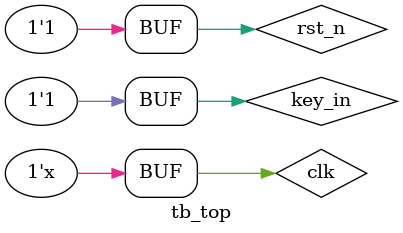
<source format=v>
/************************************************************************
 * Author        : Wen Chunyang
 * Email         : 1494640955@qq.com
 * Create time   : 2018-04-15 15:45
 * Last modified : 2018-04-15 15:45
 * Filename      : tb_top.v
 * Description   : 
 * *********************************************************************/
`timescale		1ns/1ns 

module	tb_top;

//=====================================================================\
// ********** Define Parameter and Internal Signals *************
//=====================================================================/
reg                             clk                             ;       
reg                             rst_n                           ;       
reg                             key_in                          ;
wire                            key_out                         ; 


//======================================================================
// ***************      Main    Code    ****************
//======================================================================
always  #5      clk    =       ~clk;


initial begin
	clk		<=		1'b1;
	rst_n	<=		1'b0;
    key_in  <=      1'b1;
	#100
	rst_n	<=		1'b1;
    #100

    key_in  <=      1'b0;
    #3000
    key_in  <=      1'b1;
    #1000

    key_in  <=      1'b0;
    #1000
    key_in  <=      1'b1;
end


//例化
debounce    debounce_inst(
        .clk                    (clk                    ),
        .rst_n                  (rst_n                  ),
        //key
        .key_in                 (key_in                 ),
        .key_out                (key_out                )
);

defparam    debounce_inst.TIME_20MS     =       200             ;//低电平保持>=2000ns，则认为他按下了 

endmodule

</source>
